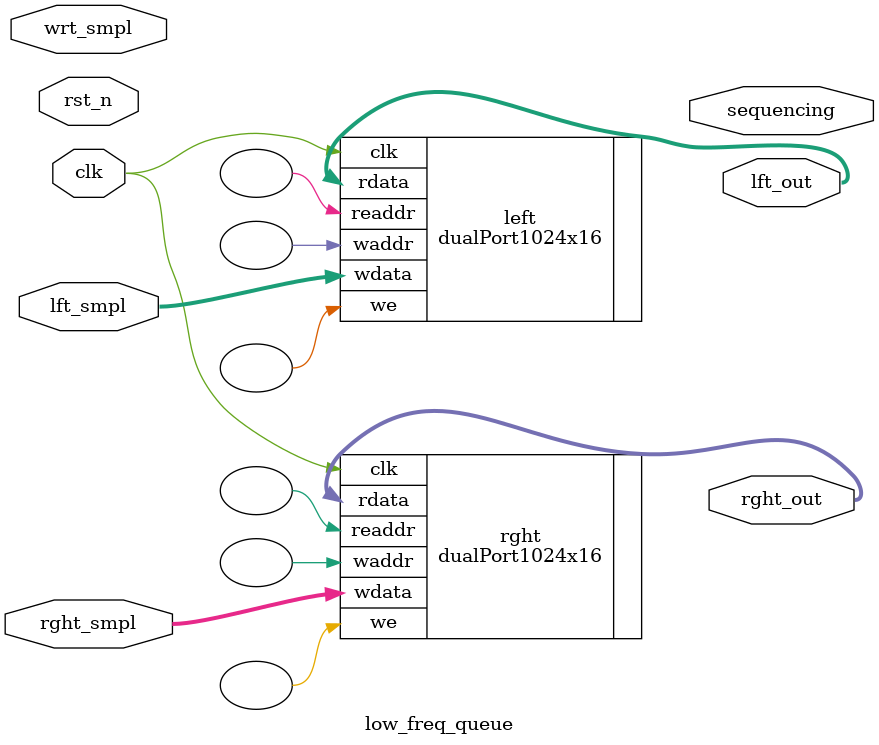
<source format=sv>
module low_freq_queue (clk, rst_n, lft_smpl, rght_smpl, wrt_smpl, lft_out, rght_out, sequencing);
	input clk, rst_n, wrt_smpl;
	input [15:0] lft_smpl, rght_smpl;
	output sequencing;
	output [15:0] lft_out, rght_out;
	
	/* state machine */
	
	/* instantiate low freq dual port RAMs */
	dualPort1024x16 left (.clk(clk), .we(), .waddr(), .readdr(), .wdata(lft_smpl), .rdata(lft_out));
	dualPort1024x16 rght (.clk(clk), .we(), .waddr(), .readdr(), .wdata(rght_smpl), .rdata(rght_out));
endmodule
</source>
